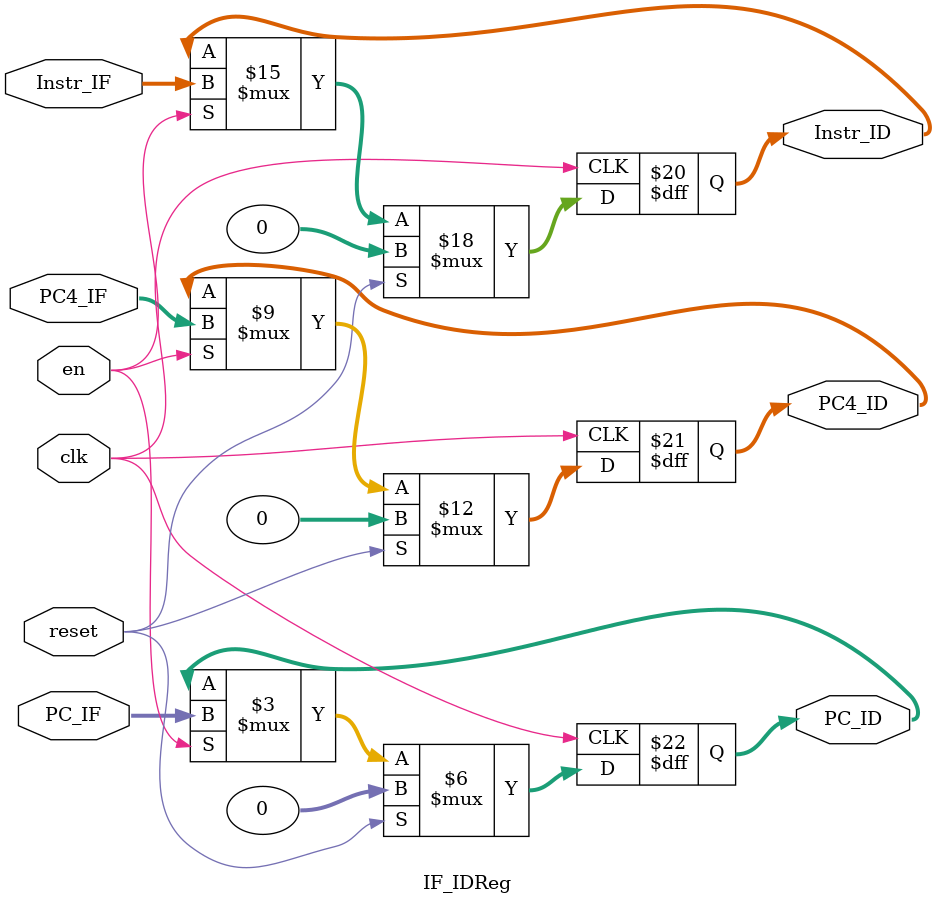
<source format=v>
`timescale 1ns / 1ps
module IF_IDReg(
	 input clk,
	 input en,
	 input reset,
    input [31:0] Instr_IF,
    input [31:0] PC4_IF,
	 input [31:0] PC_IF,
	 output reg [31:0] Instr_ID,
    output reg [31:0] PC4_ID,
	 output reg [31:0] PC_ID
    );
	always @(posedge clk) begin
		if(reset) begin
				Instr_ID <= 0;
            PC4_ID <= 0;
				PC_ID <= 0;
		  end
		else if(en) begin
            Instr_ID <= Instr_IF;
            PC4_ID <= PC4_IF;
				PC_ID <= PC_IF;
        end
      else begin
            Instr_ID <= Instr_ID;
            PC4_ID <= PC4_ID;
				PC_ID <= PC_ID;
        end
	end
endmodule
</source>
